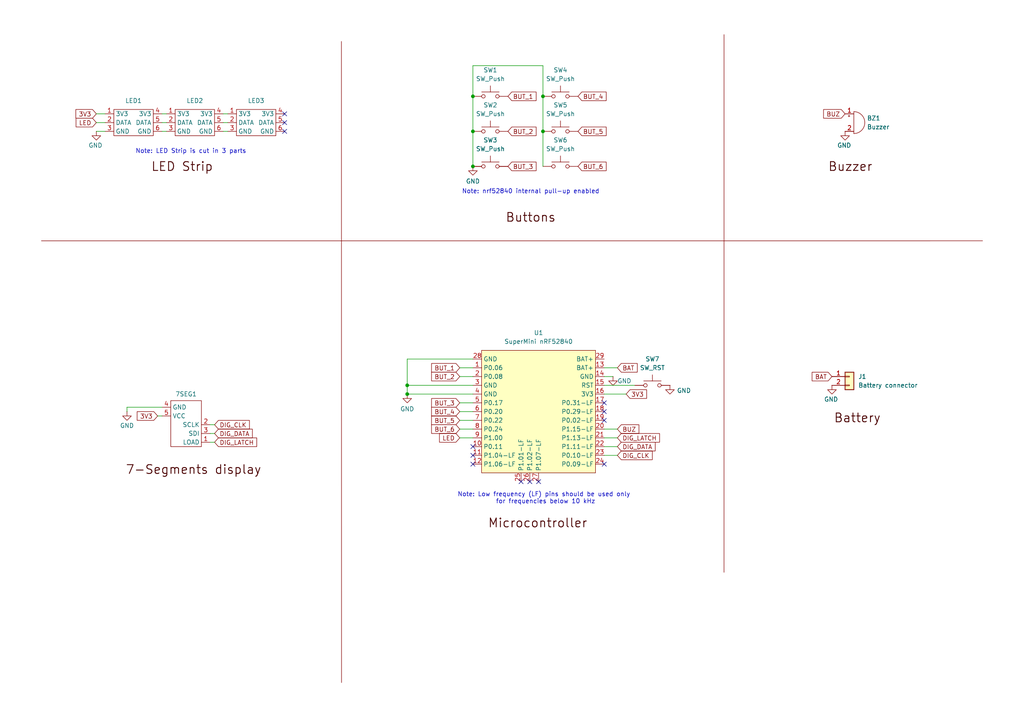
<source format=kicad_sch>
(kicad_sch (version 20250114) (generator "eeschema") (generator_version "9.0")
  (paper "A4")
  (title_block (title "Mastermind") (date "2025-10-15") (rev "1") (company "Nicolas BESNARD"))
  (lib_symbols
    (symbol "Connector_Generic:Conn_01x02" (pin_names (offset 1.016) (hide yes))
      (property "Reference" "J" (at 0 2.54 0))
      (property "Value" "Conn_01x02" (at 0 -5.08 0))
      (symbol "Conn_01x02_1_1"
        (rectangle (start -1.27 1.27) (end 1.27 -3.81) (stroke (width 0.254)) (fill (type background)))
        (rectangle (start -1.27 0.127) (end 0 -0.127) (stroke (width 0.1524)))
        (rectangle (start -1.27 -2.413) (end 0 -2.667) (stroke (width 0.1524)))
        (pin passive line (at -5.08 0 0) (length 3.81) (name "Pin_1") (number "1"))
        (pin passive line (at -5.08 -2.54 0) (length 3.81) (name "Pin_2") (number "2"))
      )
    )
    (symbol "Device:Buzzer" (pin_names (offset 0.0254) (hide yes))
      (property "Reference" "BZ" (at 3.81 1.27 0))
      (property "Value" "Buzzer" (at 3.81 -1.27 0))
      (symbol "Buzzer_0_1"
        (polyline (pts (xy -1.651 1.905) (xy -1.143 1.905)))
        (polyline (pts (xy -1.397 2.159) (xy -1.397 1.651)))
        (arc (start 0 3.175) (mid 3.1612 0) (end 0 -3.175))
        (polyline (pts (xy 0 3.175) (xy 0 -3.175)))
      )
      (symbol "Buzzer_1_1"
        (pin passive line (at -2.54 2.54 0) (length 2.54) (name "+") (number "1"))
        (pin passive line (at -2.54 -2.54 0) (length 2.54) (name "-") (number "2"))
      )
    )
    (symbol "Switch:SW_Push" (pin_numbers (hide yes)) (pin_names (offset 1.016) (hide yes))
      (property "Reference" "SW" (at 1.27 2.54 0))
      (property "Value" "SW_Push" (at 0 -1.524 0))
      (symbol "SW_Push_0_1"
        (circle (center -2.032 0) (radius 0.508))
        (polyline (pts (xy 0 1.27) (xy 0 3.048)))
        (circle (center 2.032 0) (radius 0.508))
        (polyline (pts (xy 2.54 1.27) (xy -2.54 1.27)))
        (pin passive line (at -5.08 0 0) (length 2.54) (name "1") (number "1"))
        (pin passive line (at 5.08 0 180) (length 2.54) (name "2") (number "2"))
      )
    )
    (symbol "mastermind:2Digits7segment"
      (property "Reference" "7SEG" (at 0 7.112 0))
      (symbol "2Digits7segment_0_1"
        (rectangle (start -3.81 5.715) (end 5.08 -7.62))
      )
      (symbol "2Digits7segment_1_1"
        (pin input line (at -6.35 3.81 0) (length 2.54) (name "GND") (number "4"))
        (pin input line (at -6.35 1.27 0) (length 2.54) (name "VCC") (number "5"))
        (pin input line (at 7.62 -1.27 180) (length 2.54) (name "SCLK") (number "2"))
        (pin input line (at 7.62 -3.81 180) (length 2.54) (name "SDI") (number "3"))
        (pin input line (at 7.62 -6.35 180) (length 2.54) (name "LOAD") (number "1"))
      )
    )
    (symbol "mastermind:4LEDStrip"
      (property "Reference" "U" (at 0 4.826 0))
      (symbol "4LEDStrip_0_1"
        (rectangle (start -2.54 2.54) (end 8.89 -5.08))
      )
      (symbol "4LEDStrip_1_1"
        (pin input line (at -5.08 1.27 0) (length 2.54) (name "3V3") (number "1"))
        (pin input line (at -5.08 -1.27 0) (length 2.54) (name "DATA") (number "2"))
        (pin input line (at -5.08 -3.81 0) (length 2.54) (name "GND") (number "3"))
        (pin output line (at 11.43 1.27 180) (length 2.54) (name "3V3") (number "4"))
        (pin output line (at 11.43 -1.27 180) (length 2.54) (name "DATA") (number "5"))
        (pin output line (at 11.43 -3.81 180) (length 2.54) (name "GND") (number "6"))
      )
    )
    (symbol "mastermind:SuperMini_nRF52840" (in_bom no)
      (property "Reference" "U" (at 0 22.86 0))
      (property "Value" "SuperMini nRF52840" (at 0 20.32 0))
      (symbol "SuperMini_nRF52840_0_0"
        (pin bidirectional line (at -19.05 13.97 0) (length 2.54) (name "P0.06") (number "1"))
        (pin bidirectional line (at -19.05 11.43 0) (length 2.54) (name "P0.08") (number "2"))
        (pin power_out line (at -19.05 8.89 0) (length 2.54) (name "GND") (number "3"))
        (pin power_out line (at -19.05 6.35 0) (length 2.54) (name "GND") (number "4"))
        (pin bidirectional line (at -19.05 3.81 0) (length 2.54) (name "P0.17") (number "5"))
        (pin bidirectional line (at -19.05 1.27 0) (length 2.54) (name "P0.20") (number "6"))
        (pin bidirectional line (at -19.05 -1.27 0) (length 2.54) (name "P0.22") (number "7"))
        (pin bidirectional line (at -19.05 -3.81 0) (length 2.54) (name "P0.24") (number "8"))
        (pin bidirectional line (at -19.05 -6.35 0) (length 2.54) (name "P1.00") (number "9"))
        (pin bidirectional line (at -19.05 -8.89 0) (length 2.54) (name "P0.11") (number "10"))
        (pin bidirectional line (at -19.05 -11.43 0) (length 2.54) (name "P1.04-LF") (number "11"))
        (pin bidirectional line (at -19.05 -13.97 0) (length 2.54) (name "P1.06-LF") (number "12"))
        (pin power_out line (at 19.05 11.43 180) (length 2.54) (name "GND") (number "14"))
        (pin bidirectional line (at 19.05 8.89 180) (length 2.54) (name "RST") (number "15"))
        (pin bidirectional line (at 19.05 3.81 180) (length 2.54) (name "P0.31-LF") (number "17"))
        (pin bidirectional line (at 19.05 1.27 180) (length 2.54) (name "P0.29-LF") (number "18"))
        (pin bidirectional line (at 19.05 -1.27 180) (length 2.54) (name "P0.02-LF") (number "19"))
        (pin bidirectional line (at 19.05 -3.81 180) (length 2.54) (name "P1.15-LF") (number "20"))
        (pin bidirectional line (at 19.05 -6.35 180) (length 2.54) (name "P1.13-LF") (number "21"))
        (pin bidirectional line (at 19.05 -8.89 180) (length 2.54) (name "P1.11-LF") (number "22"))
        (pin bidirectional line (at 19.05 -13.97 180) (length 2.54) (name "P0.09-LF") (number "24"))
      )
      (symbol "SuperMini_nRF52840_1_0"
        (pin power_out line (at -19.05 16.51 0) (length 2.54) (name "GND") (number "28"))
        (pin bidirectional line (at -5.08 -19.05 90) (length 2.54) (name "P1.01-LF") (number "25"))
        (pin bidirectional line (at -2.54 -19.05 90) (length 2.54) (name "P1.02-LF") (number "26"))
        (pin bidirectional line (at 0 -19.05 90) (length 2.54) (name "P1.07-LF") (number "27"))
        (pin power_out line (at 19.05 16.51 180) (length 2.54) (name "BAT+") (number "29"))
        (pin power_out line (at 19.05 13.97 180) (length 2.54) (name "BAT+") (number "13"))
        (pin power_out line (at 19.05 6.35 180) (length 2.54) (name "3V3") (number "16"))
        (pin bidirectional line (at 19.05 -11.43 180) (length 2.54) (name "P0.10-LF") (number "23"))
      )
      (symbol "SuperMini_nRF52840_1_1"
        (rectangle (start -16.51 19.05) (end 16.51 -16.51) (fill (type background)))
      )
    )
    (symbol "power:GND" (power) (pin_numbers (hide yes)) (pin_names (offset 0) (hide yes))
      (property "Value" "GND" (at 0 -3.81 0))
      (symbol "GND_0_1"
        (polyline (pts (xy 0 0) (xy 0 -1.27) (xy 1.27 -1.27) (xy 0 -2.54) (xy -1.27 -1.27) (xy 0 -1.27)))
      )
      (symbol "GND_1_1"
        (pin power_in line (at 0 0 270) (length 0) (name "~") (number "1"))
      )
    )
  )
  (text "7-Segments display" (at 56.134 136.398 0) (effects (font (size 2.54 2.54) (thickness 0.254) (bold yes))))
  (text "Buttons" (at 153.924 63.246 0) (effects (font (size 2.54 2.54) (thickness 0.254) (bold yes))))
  (text "Buzzer" (at 246.634 48.514 0) (effects (font (size 2.54 2.54) (thickness 0.254) (bold yes))))
  (text "LED Strip" (at 52.832 48.514 0) (effects (font (size 2.54 2.54) (thickness 0.254) (bold yes))))
  (text "Note: nrf52840 internal pull-up enabled" (at 153.924 55.626 0) (effects (font (size 1.27 1.27))))
  (text "Battery" (at 248.666 121.412 0) (effects (font (size 2.54 2.54) (thickness 0.254) (bold yes))))
  (text "Microcontroller" (at 155.956 151.892 0) (effects (font (size 2.54 2.54) (thickness 0.254) (bold yes))))
  (text "Note: LED Strip is cut in 3 parts" (at 55.372 43.942 0) (effects (font (size 1.27 1.27))))
  (text "Note: Low frequency (LF) pins should be used only \nfor frequencies below 10 kHz" (at 158.242 144.526 0) (effects (font (size 1.27 1.27))))
  (junction (at 157.48 27.94))
  (junction (at 157.48 38.1))
  (junction (at 118.11 114.3))
  (junction (at 137.16 27.94))
  (junction (at 137.16 38.1))
  (junction (at 137.16 48.26))
  (junction (at 118.11 111.76))
  (no_connect (at 137.16 132.08))
  (no_connect (at 153.67 139.7))
  (no_connect (at 137.16 129.54))
  (no_connect (at 175.26 134.62))
  (no_connect (at 82.55 38.1))
  (no_connect (at 175.26 121.92))
  (no_connect (at 151.13 139.7))
  (no_connect (at 137.16 134.62))
  (no_connect (at 175.26 116.84))
  (no_connect (at 82.55 35.56))
  (no_connect (at 175.26 119.38))
  (no_connect (at 82.55 33.02))
  (no_connect (at 156.21 139.7))
  (wire (pts (xy 64.77 33.02) (xy 66.04 33.02)))
  (wire (pts (xy 60.96 123.19) (xy 62.23 123.19)))
  (wire (pts (xy 64.77 35.56) (xy 66.04 35.56)))
  (wire (pts (xy 175.26 111.76) (xy 184.15 111.76)))
  (wire (pts (xy 133.35 109.22) (xy 137.16 109.22)))
  (wire (pts (xy 175.26 132.08) (xy 179.07 132.08)))
  (wire (pts (xy 175.26 124.46) (xy 179.07 124.46)))
  (wire (pts (xy 175.26 129.54) (xy 179.07 129.54)))
  (wire (pts (xy 133.35 106.68) (xy 137.16 106.68)))
  (polyline (pts (xy 99.0292 12.0133) (xy 99.0572 197.9776)) (stroke (width 0) (type solid) (color 132 0 0 1)))
  (wire (pts (xy 46.99 38.1) (xy 48.26 38.1)))
  (wire (pts (xy 60.96 125.73) (xy 62.23 125.73)))
  (wire (pts (xy 157.48 27.94) (xy 157.48 38.1)))
  (wire (pts (xy 175.26 106.68) (xy 179.07 106.68)))
  (wire (pts (xy 133.35 127) (xy 137.16 127)))
  (wire (pts (xy 46.99 33.02) (xy 48.26 33.02)))
  (wire (pts (xy 60.96 128.27) (xy 62.23 128.27)))
  (wire (pts (xy 36.83 119.38) (xy 36.83 118.11)))
  (wire (pts (xy 27.94 38.1) (xy 30.48 38.1)))
  (wire (pts (xy 137.16 19.05) (xy 137.16 27.94)))
  (wire (pts (xy 175.26 109.22) (xy 177.8 109.22)))
  (wire (pts (xy 118.11 104.14) (xy 137.16 104.14)))
  (polyline (pts (xy 209.9996 10.0309) (xy 209.9938 166.0015)) (stroke (width 0) (type solid) (color 132 0 0 1)))
  (wire (pts (xy 118.11 104.14) (xy 118.11 111.76)))
  (wire (pts (xy 175.26 127) (xy 179.07 127)))
  (wire (pts (xy 137.16 38.1) (xy 137.16 48.26)))
  (wire (pts (xy 157.48 38.1) (xy 157.48 48.26)))
  (wire (pts (xy 133.35 119.38) (xy 137.16 119.38)))
  (wire (pts (xy 45.72 120.65) (xy 46.99 120.65)))
  (wire (pts (xy 27.94 33.02) (xy 30.48 33.02)))
  (wire (pts (xy 46.99 35.56) (xy 48.26 35.56)))
  (wire (pts (xy 133.35 116.84) (xy 137.16 116.84)))
  (wire (pts (xy 118.11 111.76) (xy 118.11 114.3)))
  (wire (pts (xy 157.48 19.05) (xy 137.16 19.05)))
  (wire (pts (xy 175.26 114.3) (xy 181.61 114.3)))
  (wire (pts (xy 157.48 27.94) (xy 157.48 19.05)))
  (wire (pts (xy 118.11 111.76) (xy 137.16 111.76)))
  (wire (pts (xy 27.94 35.56) (xy 30.48 35.56)))
  (wire (pts (xy 118.11 114.3) (xy 137.16 114.3)))
  (wire (pts (xy 64.77 38.1) (xy 66.04 38.1)))
  (wire (pts (xy 36.83 118.11) (xy 46.99 118.11)))
  (wire (pts (xy 133.35 124.46) (xy 137.16 124.46)))
  (wire (pts (xy 137.16 27.94) (xy 137.16 38.1)))
  (wire (pts (xy 133.35 121.92) (xy 137.16 121.92)))
  (polyline (pts (xy 12.0035 69.8541) (xy 284.988 69.8472)) (stroke (width 0) (type solid) (color 132 0 0 1)))
  (global_label "BUT_4" (shape input) (at 167.64 27.94 0) (property "Intersheetrefs" "${INTERSHEET_REFS}" (effects (hide yes))))
  (global_label "DIG_DATA" (shape input) (at 179.07 129.54 0) (property "Intersheetrefs" "${INTERSHEET_REFS}" (effects (hide yes))))
  (global_label "DIG_CLK" (shape input) (at 62.23 123.19 0) (property "Intersheetrefs" "${INTERSHEET_REFS}" (effects (hide yes))))
  (global_label "3V3" (shape input) (at 181.61 114.3 0) (property "Intersheetrefs" "${INTERSHEET_REFS}" (effects (hide yes))))
  (global_label "BAT" (shape input) (at 179.07 106.68 0) (property "Intersheetrefs" "${INTERSHEET_REFS}" (effects (hide yes))))
  (global_label "BUT_3" (shape input) (at 133.35 116.84 180) (property "Intersheetrefs" "${INTERSHEET_REFS}" (effects (hide yes))))
  (global_label "BUT_3" (shape input) (at 147.32 48.26 0) (property "Intersheetrefs" "${INTERSHEET_REFS}" (effects (hide yes))))
  (global_label "BUT_6" (shape input) (at 167.64 48.26 0) (property "Intersheetrefs" "${INTERSHEET_REFS}" (effects (hide yes))))
  (global_label "BAT" (shape input) (at 241.3 109.22 180) (property "Intersheetrefs" "${INTERSHEET_REFS}" (effects (hide yes))))
  (global_label "DIG_CLK" (shape input) (at 179.07 132.08 0) (property "Intersheetrefs" "${INTERSHEET_REFS}" (effects (hide yes))))
  (global_label "LED" (shape input) (at 133.35 127 180) (property "Intersheetrefs" "${INTERSHEET_REFS}" (effects (hide yes))))
  (global_label "BUT_5" (shape input) (at 167.64 38.1 0) (property "Intersheetrefs" "${INTERSHEET_REFS}" (effects (hide yes))))
  (global_label "BUZ" (shape input) (at 179.07 124.46 0) (property "Intersheetrefs" "${INTERSHEET_REFS}" (effects (hide yes))))
  (global_label "BUT_2" (shape input) (at 133.35 109.22 180) (property "Intersheetrefs" "${INTERSHEET_REFS}" (effects (hide yes))))
  (global_label "BUT_1" (shape input) (at 147.32 27.94 0) (property "Intersheetrefs" "${INTERSHEET_REFS}" (effects (hide yes))))
  (global_label "BUT_4" (shape input) (at 133.35 119.38 180) (property "Intersheetrefs" "${INTERSHEET_REFS}" (effects (hide yes))))
  (global_label "DIG_DATA" (shape input) (at 62.23 125.73 0) (property "Intersheetrefs" "${INTERSHEET_REFS}" (effects (hide yes))))
  (global_label "DIG_LATCH" (shape input) (at 179.07 127 0) (property "Intersheetrefs" "${INTERSHEET_REFS}" (effects (hide yes))))
  (global_label "BUT_5" (shape input) (at 133.35 121.92 180) (property "Intersheetrefs" "${INTERSHEET_REFS}" (effects (hide yes))))
  (global_label "LED" (shape input) (at 27.94 35.56 180) (property "Intersheetrefs" "${INTERSHEET_REFS}" (effects (hide yes))))
  (global_label "3V3" (shape input) (at 45.72 120.65 180) (property "Intersheetrefs" "${INTERSHEET_REFS}" (effects (hide yes))))
  (global_label "3V3" (shape input) (at 27.94 33.02 180) (property "Intersheetrefs" "${INTERSHEET_REFS}" (effects (hide yes))))
  (global_label "BUT_1" (shape input) (at 133.35 106.68 180) (property "Intersheetrefs" "${INTERSHEET_REFS}" (effects (hide yes))))
  (global_label "BUZ" (shape input) (at 245.11 33.02 180) (property "Intersheetrefs" "${INTERSHEET_REFS}" (effects (hide yes))))
  (global_label "DIG_LATCH" (shape input) (at 62.23 128.27 0) (property "Intersheetrefs" "${INTERSHEET_REFS}" (effects (hide yes))))
  (global_label "BUT_6" (shape input) (at 133.35 124.46 180) (property "Intersheetrefs" "${INTERSHEET_REFS}" (effects (hide yes))))
  (global_label "BUT_2" (shape input) (at 147.32 38.1 0) (property "Intersheetrefs" "${INTERSHEET_REFS}" (effects (hide yes))))
  (symbol (lib_id "mastermind:2Digits7segment") (at 53.34 121.92 0) (unit 1)
    (property "Reference" "7SEG1" (at 53.975 114.3 0))
    (property "Footprint" "mastermind:7seg" (effects (hide yes)))
  )
  (symbol (lib_id "mastermind:4LEDStrip") (at 53.34 34.29 0) (unit 1)
    (property "Reference" "LED2" (at 56.515 29.21 0))
    (property "Footprint" "mastermind:LED Strip 2 LED" (effects (hide yes)))
  )
  (symbol (lib_id "Switch:SW_Push") (at 142.24 27.94 0) (unit 1)
    (property "Reference" "SW1" (at 142.24 20.32 0))
    (property "Value" "SW_Push" (at 142.24 22.86 0))
    (property "Footprint" "Button_Switch_THT:SW_PUSH-12mm" (effects (hide yes)))
    (property "Description" "Push button switch, generic, two pins" (effects (hide yes)))
  )
  (symbol (lib_id "Switch:SW_Push") (at 142.24 38.1 0) (unit 1)
    (property "Reference" "SW2" (at 142.24 30.48 0))
    (property "Value" "SW_Push" (at 142.24 33.02 0))
    (property "Footprint" "Button_Switch_THT:SW_PUSH-12mm" (effects (hide yes)))
    (property "Description" "Push button switch, generic, two pins" (effects (hide yes)))
  )
  (symbol (lib_id "Switch:SW_Push") (at 142.24 48.26 0) (unit 1)
    (property "Reference" "SW3" (at 142.24 40.64 0))
    (property "Value" "SW_Push" (at 142.24 43.18 0))
    (property "Footprint" "Button_Switch_THT:SW_PUSH-12mm" (effects (hide yes)))
    (property "Description" "Push button switch, generic, two pins" (effects (hide yes)))
  )
  (symbol (lib_id "Switch:SW_Push") (at 189.23 111.76 0) (unit 1)
    (property "Reference" "SW7" (at 189.23 104.14 0))
    (property "Value" "SW_RST" (at 189.23 106.68 0))
    (property "Footprint" "Button_Switch_THT:SW_PUSH-12mm" (effects (hide yes)))
    (property "Description" "Push button switch, generic, two pins" (effects (hide yes)))
  )
  (symbol (lib_id "power:GND") (at 118.11 114.3 0) (unit 1)
    (property "Reference" "#PWR03" (effects (hide yes)))
    (property "Value" "GND" (at 118.11 118.618 0))
    (property "Description" "Power symbol creates a global label with name \"GND\" , ground" (effects (hide yes)))
  )
  (symbol (lib_id "Switch:SW_Push") (at 162.56 38.1 0) (unit 1)
    (property "Reference" "SW5" (at 162.56 30.48 0))
    (property "Value" "SW_Push" (at 162.56 33.02 0))
    (property "Footprint" "Button_Switch_THT:SW_PUSH-12mm" (effects (hide yes)))
    (property "Description" "Push button switch, generic, two pins" (effects (hide yes)))
  )
  (symbol (lib_id "power:GND") (at 137.16 48.26 0) (unit 1)
    (property "Reference" "#PWR04" (effects (hide yes)))
    (property "Value" "GND" (at 137.16 52.578 0))
    (property "Description" "Power symbol creates a global label with name \"GND\" , ground" (effects (hide yes)))
  )
  (symbol (lib_id "Device:Buzzer") (at 247.65 35.56 0) (unit 1)
    (property "Reference" "BZ1" (at 251.46 34.2899 0) (effects (justify left)))
    (property "Value" "Buzzer" (at 251.46 36.8299 0) (effects (justify left)))
    (property "Footprint" "Buzzer_Beeper:Buzzer_12x9.5RM7.6" (effects (hide yes)))
    (property "Description" "Buzzer, polarized" (effects (hide yes)))
  )
  (symbol (lib_id "power:GND") (at 177.8 109.22 0) (unit 1)
    (property "Reference" "#PWR02" (effects (hide yes)))
    (property "Value" "GND" (at 181.102 110.49 0))
    (property "Description" "Power symbol creates a global label with name \"GND\" , ground" (effects (hide yes)))
  )
  (symbol (lib_id "Switch:SW_Push") (at 162.56 48.26 0) (unit 1)
    (property "Reference" "SW6" (at 162.56 40.64 0))
    (property "Value" "SW_Push" (at 162.56 43.18 0))
    (property "Footprint" "Button_Switch_THT:SW_PUSH-12mm" (effects (hide yes)))
    (property "Description" "Push button switch, generic, two pins" (effects (hide yes)))
  )
  (symbol (lib_id "Connector_Generic:Conn_01x02") (at 246.38 109.22 0) (unit 1)
    (property "Reference" "J1" (at 248.92 109.2199 0) (effects (justify left)))
    (property "Value" "Battery connector" (at 248.92 111.7599 0) (effects (justify left)))
    (property "Footprint" "Connector_JST:JST_PH_B2B-PH-K_1x02_P2.00mm_Vertical" (effects (hide yes)))
    (property "Description" "Generic connector, single row, 01x02, script generated (kicad-library-utils/schlib/autogen/connector/)" (effects (hide yes)))
  )
  (symbol (lib_id "power:GND") (at 194.31 111.76 0) (unit 1)
    (property "Reference" "#PWR01" (effects (hide yes)))
    (property "Value" "GND" (at 198.374 113.284 0))
    (property "Description" "Power symbol creates a global label with name \"GND\" , ground" (effects (hide yes)))
  )
  (symbol (lib_id "mastermind:4LEDStrip") (at 35.56 34.29 0) (unit 1)
    (property "Reference" "LED1" (at 38.735 29.21 0))
    (property "Footprint" "mastermind:LED Strip 4 LED" (effects (hide yes)))
  )
  (symbol (lib_id "power:GND") (at 241.3 111.76 0) (unit 1)
    (property "Reference" "#PWR07" (effects (hide yes)))
    (property "Value" "GND" (at 241.046 115.824 0))
    (property "Description" "Power symbol creates a global label with name \"GND\" , ground" (effects (hide yes)))
  )
  (symbol (lib_id "power:GND") (at 27.94 38.1 0) (unit 1)
    (property "Reference" "#PWR05" (effects (hide yes)))
    (property "Value" "GND" (at 27.686 42.164 0))
    (property "Description" "Power symbol creates a global label with name \"GND\" , ground" (effects (hide yes)))
  )
  (symbol (lib_id "power:GND") (at 36.83 119.38 0) (unit 1)
    (property "Reference" "#PWR08" (effects (hide yes)))
    (property "Value" "GND" (at 36.83 123.444 0))
    (property "Description" "Power symbol creates a global label with name \"GND\" , ground" (effects (hide yes)))
  )
  (symbol (lib_id "Switch:SW_Push") (at 162.56 27.94 0) (unit 1)
    (property "Reference" "SW4" (at 162.56 20.32 0))
    (property "Value" "SW_Push" (at 162.56 22.86 0))
    (property "Footprint" "Button_Switch_THT:SW_PUSH-12mm" (effects (hide yes)))
    (property "Description" "Push button switch, generic, two pins" (effects (hide yes)))
  )
  (symbol (lib_id "mastermind:SuperMini_nRF52840") (at 156.21 120.65 0) (unit 1) (in_bom no)
    (property "Reference" "U1" (at 156.21 96.52 0))
    (property "Value" "SuperMini nRF52840" (at 156.21 99.06 0))
    (property "Footprint" "mastermind:SuperMini NRF52840" (effects (hide yes)))
    (property "Datasheet" "https://wiki.icbbuy.com/doku.php?id=developmentboard:nrf52840" (effects (hide yes)))
    (property "Description" "Symbol for an nicekeyboards nice!nano" (effects (hide yes)))
  )
  (symbol (lib_id "power:GND") (at 245.11 38.1 0) (unit 1)
    (property "Reference" "#PWR06" (effects (hide yes)))
    (property "Value" "GND" (at 244.856 42.164 0))
    (property "Description" "Power symbol creates a global label with name \"GND\" , ground" (effects (hide yes)))
  )
  (symbol (lib_id "mastermind:4LEDStrip") (at 71.12 34.29 0) (unit 1)
    (property "Reference" "LED3" (at 74.295 29.21 0))
    (property "Footprint" "mastermind:LED Strip 2 LED" (effects (hide yes)))
  )
)
</source>
